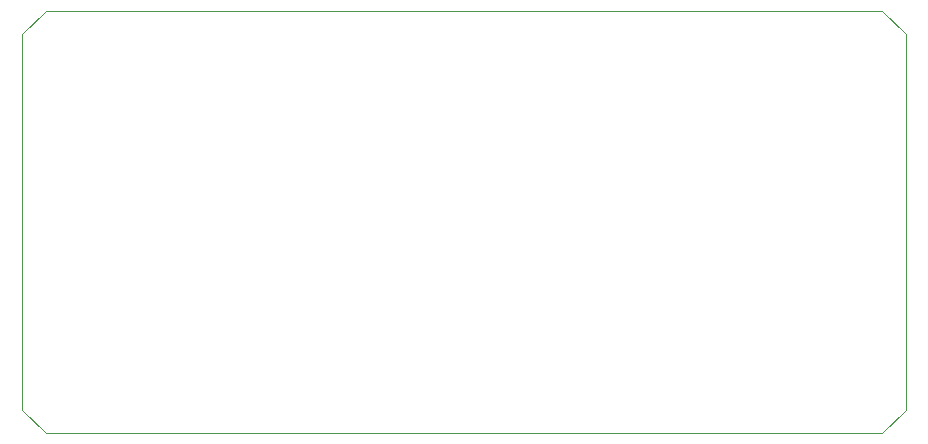
<source format=gbr>
%TF.GenerationSoftware,KiCad,Pcbnew,9.0.6*%
%TF.CreationDate,2026-01-13T18:35:44+05:30*%
%TF.ProjectId,Pen_Plotter,50656e5f-506c-46f7-9474-65722e6b6963,rev?*%
%TF.SameCoordinates,Original*%
%TF.FileFunction,Profile,NP*%
%FSLAX46Y46*%
G04 Gerber Fmt 4.6, Leading zero omitted, Abs format (unit mm)*
G04 Created by KiCad (PCBNEW 9.0.6) date 2026-01-13 18:35:44*
%MOMM*%
%LPD*%
G01*
G04 APERTURE LIST*
%TA.AperFunction,Profile*%
%ADD10C,0.050000*%
%TD*%
G04 APERTURE END LIST*
D10*
X57640000Y-127790000D02*
X55640000Y-125790000D01*
X128430000Y-127790000D02*
X130430000Y-125790000D01*
X57640000Y-92030000D02*
X55640000Y-94030000D01*
X128430000Y-92030000D02*
X130430000Y-94030000D01*
X55640000Y-94030000D02*
X55640000Y-125790000D01*
X130430000Y-94030000D02*
X130430000Y-125790000D01*
X128430000Y-127790000D02*
X57640000Y-127790000D01*
X128430000Y-92030000D02*
X57640000Y-92030000D01*
M02*

</source>
